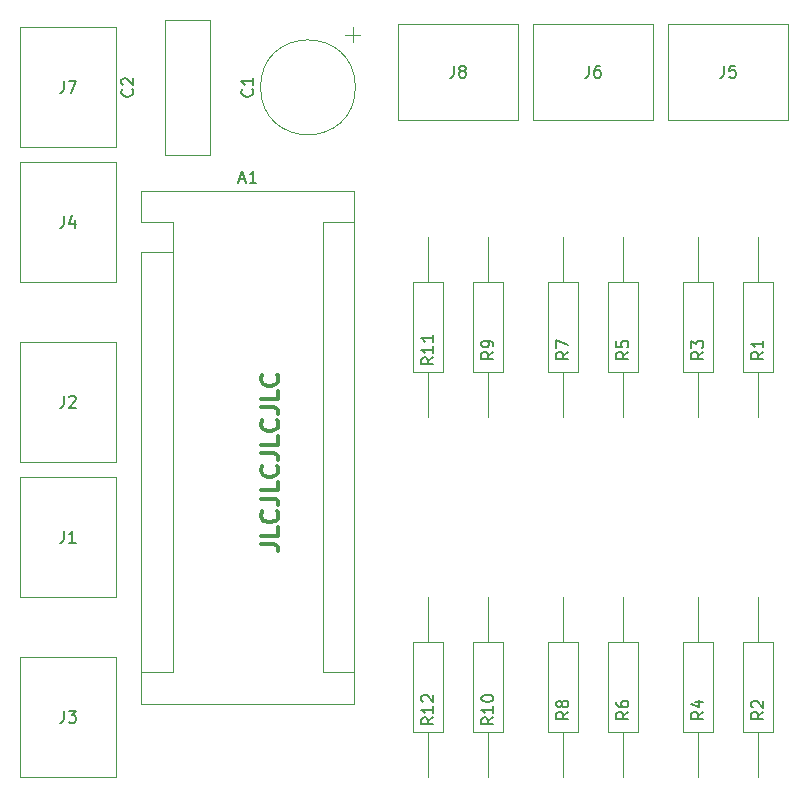
<source format=gto>
G04 #@! TF.GenerationSoftware,KiCad,Pcbnew,(5.1.4)-1*
G04 #@! TF.CreationDate,2021-08-16T11:20:49+02:00*
G04 #@! TF.ProjectId,lionsled,6c696f6e-736c-4656-942e-6b696361645f,1.0*
G04 #@! TF.SameCoordinates,Original*
G04 #@! TF.FileFunction,Legend,Top*
G04 #@! TF.FilePolarity,Positive*
%FSLAX46Y46*%
G04 Gerber Fmt 4.6, Leading zero omitted, Abs format (unit mm)*
G04 Created by KiCad (PCBNEW (5.1.4)-1) date 2021-08-16 11:20:49*
%MOMM*%
%LPD*%
G04 APERTURE LIST*
%ADD10C,0.300000*%
%ADD11C,0.120000*%
%ADD12C,0.150000*%
G04 APERTURE END LIST*
D10*
X91253571Y-103448571D02*
X92325000Y-103448571D01*
X92539285Y-103520000D01*
X92682142Y-103662857D01*
X92753571Y-103877142D01*
X92753571Y-104020000D01*
X92753571Y-102020000D02*
X92753571Y-102734285D01*
X91253571Y-102734285D01*
X92610714Y-100662857D02*
X92682142Y-100734285D01*
X92753571Y-100948571D01*
X92753571Y-101091428D01*
X92682142Y-101305714D01*
X92539285Y-101448571D01*
X92396428Y-101520000D01*
X92110714Y-101591428D01*
X91896428Y-101591428D01*
X91610714Y-101520000D01*
X91467857Y-101448571D01*
X91325000Y-101305714D01*
X91253571Y-101091428D01*
X91253571Y-100948571D01*
X91325000Y-100734285D01*
X91396428Y-100662857D01*
X91253571Y-99591428D02*
X92325000Y-99591428D01*
X92539285Y-99662857D01*
X92682142Y-99805714D01*
X92753571Y-100020000D01*
X92753571Y-100162857D01*
X92753571Y-98162857D02*
X92753571Y-98877142D01*
X91253571Y-98877142D01*
X92610714Y-96805714D02*
X92682142Y-96877142D01*
X92753571Y-97091428D01*
X92753571Y-97234285D01*
X92682142Y-97448571D01*
X92539285Y-97591428D01*
X92396428Y-97662857D01*
X92110714Y-97734285D01*
X91896428Y-97734285D01*
X91610714Y-97662857D01*
X91467857Y-97591428D01*
X91325000Y-97448571D01*
X91253571Y-97234285D01*
X91253571Y-97091428D01*
X91325000Y-96877142D01*
X91396428Y-96805714D01*
X91253571Y-95734285D02*
X92325000Y-95734285D01*
X92539285Y-95805714D01*
X92682142Y-95948571D01*
X92753571Y-96162857D01*
X92753571Y-96305714D01*
X92753571Y-94305714D02*
X92753571Y-95020000D01*
X91253571Y-95020000D01*
X92610714Y-92948571D02*
X92682142Y-93020000D01*
X92753571Y-93234285D01*
X92753571Y-93377142D01*
X92682142Y-93591428D01*
X92539285Y-93734285D01*
X92396428Y-93805714D01*
X92110714Y-93877142D01*
X91896428Y-93877142D01*
X91610714Y-93805714D01*
X91467857Y-93734285D01*
X91325000Y-93591428D01*
X91253571Y-93377142D01*
X91253571Y-93234285D01*
X91325000Y-93020000D01*
X91396428Y-92948571D01*
X91253571Y-91877142D02*
X92325000Y-91877142D01*
X92539285Y-91948571D01*
X92682142Y-92091428D01*
X92753571Y-92305714D01*
X92753571Y-92448571D01*
X92753571Y-90448571D02*
X92753571Y-91162857D01*
X91253571Y-91162857D01*
X92610714Y-89091428D02*
X92682142Y-89162857D01*
X92753571Y-89377142D01*
X92753571Y-89520000D01*
X92682142Y-89734285D01*
X92539285Y-89877142D01*
X92396428Y-89948571D01*
X92110714Y-90020000D01*
X91896428Y-90020000D01*
X91610714Y-89948571D01*
X91467857Y-89877142D01*
X91325000Y-89734285D01*
X91253571Y-89520000D01*
X91253571Y-89377142D01*
X91325000Y-89162857D01*
X91396428Y-89091428D01*
D11*
X99266093Y-64770000D02*
G75*
G03X99266093Y-64770000I-4016093J0D01*
G01*
X98425000Y-60325000D02*
X99695000Y-60325000D01*
X99060000Y-59690000D02*
X99060000Y-60960000D01*
X83820000Y-78740000D02*
X83820000Y-76200000D01*
X83820000Y-76200000D02*
X81150000Y-76200000D01*
X81150000Y-78740000D02*
X81150000Y-116970000D01*
X81150000Y-73530000D02*
X81150000Y-76200000D01*
X96520000Y-76200000D02*
X99190000Y-76200000D01*
X96520000Y-76200000D02*
X96520000Y-114300000D01*
X96520000Y-114300000D02*
X99190000Y-114300000D01*
X83820000Y-78740000D02*
X81150000Y-78740000D01*
X83820000Y-78740000D02*
X83820000Y-114300000D01*
X83820000Y-114300000D02*
X81150000Y-114300000D01*
X81150000Y-116970000D02*
X99190000Y-116970000D01*
X99190000Y-116970000D02*
X99190000Y-73530000D01*
X99190000Y-73530000D02*
X81150000Y-73530000D01*
X86995000Y-59055000D02*
X83185000Y-59055000D01*
X83185000Y-59055000D02*
X83185000Y-70485000D01*
X83185000Y-70485000D02*
X86995000Y-70485000D01*
X86995000Y-70485000D02*
X86995000Y-59055000D01*
X70866000Y-107950000D02*
X70866000Y-97790000D01*
X71882000Y-107950000D02*
X70866000Y-107950000D01*
X78105000Y-107950000D02*
X78994000Y-107950000D01*
X78994000Y-107950000D02*
X78994000Y-97790000D01*
X78740000Y-97790000D02*
X78994000Y-97790000D01*
X71120000Y-97790000D02*
X70866000Y-97790000D01*
X78105000Y-97790000D02*
X78740000Y-97790000D01*
X71755000Y-97790000D02*
X71120000Y-97790000D01*
X78105000Y-97790000D02*
X77470000Y-97790000D01*
X77470000Y-107950000D02*
X78105000Y-107950000D01*
X71755000Y-97790000D02*
X72390000Y-97790000D01*
X72390000Y-107950000D02*
X71755000Y-107950000D01*
X77470000Y-107950000D02*
X72390000Y-107950000D01*
X72390000Y-97790000D02*
X77470000Y-97790000D01*
X72390000Y-86360000D02*
X77470000Y-86360000D01*
X77470000Y-96520000D02*
X72390000Y-96520000D01*
X72390000Y-96520000D02*
X71755000Y-96520000D01*
X71755000Y-86360000D02*
X72390000Y-86360000D01*
X77470000Y-96520000D02*
X78105000Y-96520000D01*
X78105000Y-86360000D02*
X77470000Y-86360000D01*
X71755000Y-86360000D02*
X71120000Y-86360000D01*
X78105000Y-86360000D02*
X78740000Y-86360000D01*
X71120000Y-86360000D02*
X70866000Y-86360000D01*
X78740000Y-86360000D02*
X78994000Y-86360000D01*
X78994000Y-96520000D02*
X78994000Y-86360000D01*
X78105000Y-96520000D02*
X78994000Y-96520000D01*
X71882000Y-96520000D02*
X70866000Y-96520000D01*
X70866000Y-96520000D02*
X70866000Y-86360000D01*
X77470000Y-81280000D02*
X72390000Y-81280000D01*
X72390000Y-71120000D02*
X77470000Y-71120000D01*
X77470000Y-71120000D02*
X78105000Y-71120000D01*
X78105000Y-81280000D02*
X77470000Y-81280000D01*
X72390000Y-71120000D02*
X71755000Y-71120000D01*
X71755000Y-81280000D02*
X72390000Y-81280000D01*
X78105000Y-81280000D02*
X78740000Y-81280000D01*
X71755000Y-81280000D02*
X71120000Y-81280000D01*
X78740000Y-81280000D02*
X78994000Y-81280000D01*
X71120000Y-81280000D02*
X70866000Y-81280000D01*
X70866000Y-71120000D02*
X70866000Y-81280000D01*
X71755000Y-71120000D02*
X70866000Y-71120000D01*
X77978000Y-71120000D02*
X78994000Y-71120000D01*
X78994000Y-71120000D02*
X78994000Y-81280000D01*
X78994000Y-59690000D02*
X78994000Y-69850000D01*
X77978000Y-59690000D02*
X78994000Y-59690000D01*
X71755000Y-59690000D02*
X70866000Y-59690000D01*
X70866000Y-59690000D02*
X70866000Y-69850000D01*
X71120000Y-69850000D02*
X70866000Y-69850000D01*
X78740000Y-69850000D02*
X78994000Y-69850000D01*
X71755000Y-69850000D02*
X71120000Y-69850000D01*
X78105000Y-69850000D02*
X78740000Y-69850000D01*
X71755000Y-69850000D02*
X72390000Y-69850000D01*
X72390000Y-59690000D02*
X71755000Y-59690000D01*
X78105000Y-69850000D02*
X77470000Y-69850000D01*
X77470000Y-59690000D02*
X78105000Y-59690000D01*
X72390000Y-59690000D02*
X77470000Y-59690000D01*
X77470000Y-69850000D02*
X72390000Y-69850000D01*
X72390000Y-113030000D02*
X77470000Y-113030000D01*
X77470000Y-123190000D02*
X72390000Y-123190000D01*
X72390000Y-123190000D02*
X71755000Y-123190000D01*
X71755000Y-113030000D02*
X72390000Y-113030000D01*
X77470000Y-123190000D02*
X78105000Y-123190000D01*
X78105000Y-113030000D02*
X77470000Y-113030000D01*
X71755000Y-113030000D02*
X71120000Y-113030000D01*
X78105000Y-113030000D02*
X78740000Y-113030000D01*
X71120000Y-113030000D02*
X70866000Y-113030000D01*
X78740000Y-113030000D02*
X78994000Y-113030000D01*
X78994000Y-123190000D02*
X78994000Y-113030000D01*
X78105000Y-123190000D02*
X78994000Y-123190000D01*
X71882000Y-123190000D02*
X70866000Y-123190000D01*
X70866000Y-123190000D02*
X70866000Y-113030000D01*
X125730000Y-66040000D02*
X125730000Y-60960000D01*
X135890000Y-60960000D02*
X135890000Y-66040000D01*
X135890000Y-66040000D02*
X135890000Y-66675000D01*
X125730000Y-66675000D02*
X125730000Y-66040000D01*
X135890000Y-60960000D02*
X135890000Y-60325000D01*
X125730000Y-60325000D02*
X125730000Y-60960000D01*
X125730000Y-66675000D02*
X125730000Y-67310000D01*
X125730000Y-60325000D02*
X125730000Y-59690000D01*
X125730000Y-67310000D02*
X125730000Y-67564000D01*
X125730000Y-59690000D02*
X125730000Y-59436000D01*
X135890000Y-59436000D02*
X125730000Y-59436000D01*
X135890000Y-60325000D02*
X135890000Y-59436000D01*
X135890000Y-66548000D02*
X135890000Y-67564000D01*
X135890000Y-67564000D02*
X125730000Y-67564000D01*
X124460000Y-67564000D02*
X114300000Y-67564000D01*
X124460000Y-66548000D02*
X124460000Y-67564000D01*
X124460000Y-60325000D02*
X124460000Y-59436000D01*
X124460000Y-59436000D02*
X114300000Y-59436000D01*
X114300000Y-59690000D02*
X114300000Y-59436000D01*
X114300000Y-67310000D02*
X114300000Y-67564000D01*
X114300000Y-60325000D02*
X114300000Y-59690000D01*
X114300000Y-66675000D02*
X114300000Y-67310000D01*
X114300000Y-60325000D02*
X114300000Y-60960000D01*
X124460000Y-60960000D02*
X124460000Y-60325000D01*
X114300000Y-66675000D02*
X114300000Y-66040000D01*
X124460000Y-66040000D02*
X124460000Y-66675000D01*
X124460000Y-60960000D02*
X124460000Y-66040000D01*
X114300000Y-66040000D02*
X114300000Y-60960000D01*
X102870000Y-66040000D02*
X102870000Y-60960000D01*
X113030000Y-60960000D02*
X113030000Y-66040000D01*
X113030000Y-66040000D02*
X113030000Y-66675000D01*
X102870000Y-66675000D02*
X102870000Y-66040000D01*
X113030000Y-60960000D02*
X113030000Y-60325000D01*
X102870000Y-60325000D02*
X102870000Y-60960000D01*
X102870000Y-66675000D02*
X102870000Y-67310000D01*
X102870000Y-60325000D02*
X102870000Y-59690000D01*
X102870000Y-67310000D02*
X102870000Y-67564000D01*
X102870000Y-59690000D02*
X102870000Y-59436000D01*
X113030000Y-59436000D02*
X102870000Y-59436000D01*
X113030000Y-60325000D02*
X113030000Y-59436000D01*
X113030000Y-66548000D02*
X113030000Y-67564000D01*
X113030000Y-67564000D02*
X102870000Y-67564000D01*
X133350000Y-88900000D02*
X133350000Y-92710000D01*
X133350000Y-81280000D02*
X133350000Y-77470000D01*
X132080000Y-81280000D02*
X134620000Y-81280000D01*
X132080000Y-88900000D02*
X132080000Y-81280000D01*
X134620000Y-88900000D02*
X132080000Y-88900000D01*
X134620000Y-81280000D02*
X134620000Y-88900000D01*
X129540000Y-81280000D02*
X129540000Y-88900000D01*
X129540000Y-88900000D02*
X127000000Y-88900000D01*
X127000000Y-88900000D02*
X127000000Y-81280000D01*
X127000000Y-81280000D02*
X129540000Y-81280000D01*
X128270000Y-81280000D02*
X128270000Y-77470000D01*
X128270000Y-88900000D02*
X128270000Y-92710000D01*
X121920000Y-88900000D02*
X121920000Y-92710000D01*
X121920000Y-81280000D02*
X121920000Y-77470000D01*
X120650000Y-81280000D02*
X123190000Y-81280000D01*
X120650000Y-88900000D02*
X120650000Y-81280000D01*
X123190000Y-88900000D02*
X120650000Y-88900000D01*
X123190000Y-81280000D02*
X123190000Y-88900000D01*
X118110000Y-81280000D02*
X118110000Y-88900000D01*
X118110000Y-88900000D02*
X115570000Y-88900000D01*
X115570000Y-88900000D02*
X115570000Y-81280000D01*
X115570000Y-81280000D02*
X118110000Y-81280000D01*
X116840000Y-81280000D02*
X116840000Y-77470000D01*
X116840000Y-88900000D02*
X116840000Y-92710000D01*
X110490000Y-88900000D02*
X110490000Y-92710000D01*
X110490000Y-81280000D02*
X110490000Y-77470000D01*
X109220000Y-81280000D02*
X111760000Y-81280000D01*
X109220000Y-88900000D02*
X109220000Y-81280000D01*
X111760000Y-88900000D02*
X109220000Y-88900000D01*
X111760000Y-81280000D02*
X111760000Y-88900000D01*
X106680000Y-81280000D02*
X106680000Y-88900000D01*
X106680000Y-88900000D02*
X104140000Y-88900000D01*
X104140000Y-88900000D02*
X104140000Y-81280000D01*
X104140000Y-81280000D02*
X106680000Y-81280000D01*
X105410000Y-81280000D02*
X105410000Y-77470000D01*
X105410000Y-88900000D02*
X105410000Y-92710000D01*
X133350000Y-119380000D02*
X133350000Y-123190000D01*
X133350000Y-111760000D02*
X133350000Y-107950000D01*
X132080000Y-111760000D02*
X134620000Y-111760000D01*
X132080000Y-119380000D02*
X132080000Y-111760000D01*
X134620000Y-119380000D02*
X132080000Y-119380000D01*
X134620000Y-111760000D02*
X134620000Y-119380000D01*
X129540000Y-111760000D02*
X129540000Y-119380000D01*
X129540000Y-119380000D02*
X127000000Y-119380000D01*
X127000000Y-119380000D02*
X127000000Y-111760000D01*
X127000000Y-111760000D02*
X129540000Y-111760000D01*
X128270000Y-111760000D02*
X128270000Y-107950000D01*
X128270000Y-119380000D02*
X128270000Y-123190000D01*
X121920000Y-119380000D02*
X121920000Y-123190000D01*
X121920000Y-111760000D02*
X121920000Y-107950000D01*
X120650000Y-111760000D02*
X123190000Y-111760000D01*
X120650000Y-119380000D02*
X120650000Y-111760000D01*
X123190000Y-119380000D02*
X120650000Y-119380000D01*
X123190000Y-111760000D02*
X123190000Y-119380000D01*
X118110000Y-111760000D02*
X118110000Y-119380000D01*
X118110000Y-119380000D02*
X115570000Y-119380000D01*
X115570000Y-119380000D02*
X115570000Y-111760000D01*
X115570000Y-111760000D02*
X118110000Y-111760000D01*
X116840000Y-111760000D02*
X116840000Y-107950000D01*
X116840000Y-119380000D02*
X116840000Y-123190000D01*
X111760000Y-111760000D02*
X111760000Y-119380000D01*
X111760000Y-119380000D02*
X109220000Y-119380000D01*
X109220000Y-119380000D02*
X109220000Y-111760000D01*
X109220000Y-111760000D02*
X111760000Y-111760000D01*
X110490000Y-111760000D02*
X110490000Y-107950000D01*
X110490000Y-119380000D02*
X110490000Y-123190000D01*
X105410000Y-119380000D02*
X105410000Y-123190000D01*
X105410000Y-111760000D02*
X105410000Y-107950000D01*
X104140000Y-111760000D02*
X106680000Y-111760000D01*
X104140000Y-119380000D02*
X104140000Y-111760000D01*
X106680000Y-119380000D02*
X104140000Y-119380000D01*
X106680000Y-111760000D02*
X106680000Y-119380000D01*
D12*
X90527142Y-64936666D02*
X90574761Y-64984285D01*
X90622380Y-65127142D01*
X90622380Y-65222380D01*
X90574761Y-65365238D01*
X90479523Y-65460476D01*
X90384285Y-65508095D01*
X90193809Y-65555714D01*
X90050952Y-65555714D01*
X89860476Y-65508095D01*
X89765238Y-65460476D01*
X89670000Y-65365238D01*
X89622380Y-65222380D01*
X89622380Y-65127142D01*
X89670000Y-64984285D01*
X89717619Y-64936666D01*
X90622380Y-63984285D02*
X90622380Y-64555714D01*
X90622380Y-64270000D02*
X89622380Y-64270000D01*
X89765238Y-64365238D01*
X89860476Y-64460476D01*
X89908095Y-64555714D01*
X89455714Y-72556666D02*
X89931904Y-72556666D01*
X89360476Y-72842380D02*
X89693809Y-71842380D01*
X90027142Y-72842380D01*
X90884285Y-72842380D02*
X90312857Y-72842380D01*
X90598571Y-72842380D02*
X90598571Y-71842380D01*
X90503333Y-71985238D01*
X90408095Y-72080476D01*
X90312857Y-72128095D01*
X80367142Y-64936666D02*
X80414761Y-64984285D01*
X80462380Y-65127142D01*
X80462380Y-65222380D01*
X80414761Y-65365238D01*
X80319523Y-65460476D01*
X80224285Y-65508095D01*
X80033809Y-65555714D01*
X79890952Y-65555714D01*
X79700476Y-65508095D01*
X79605238Y-65460476D01*
X79510000Y-65365238D01*
X79462380Y-65222380D01*
X79462380Y-65127142D01*
X79510000Y-64984285D01*
X79557619Y-64936666D01*
X79557619Y-64555714D02*
X79510000Y-64508095D01*
X79462380Y-64412857D01*
X79462380Y-64174761D01*
X79510000Y-64079523D01*
X79557619Y-64031904D01*
X79652857Y-63984285D01*
X79748095Y-63984285D01*
X79890952Y-64031904D01*
X80462380Y-64603333D01*
X80462380Y-63984285D01*
X74596666Y-102322380D02*
X74596666Y-103036666D01*
X74549047Y-103179523D01*
X74453809Y-103274761D01*
X74310952Y-103322380D01*
X74215714Y-103322380D01*
X75596666Y-103322380D02*
X75025238Y-103322380D01*
X75310952Y-103322380D02*
X75310952Y-102322380D01*
X75215714Y-102465238D01*
X75120476Y-102560476D01*
X75025238Y-102608095D01*
X74596666Y-90892380D02*
X74596666Y-91606666D01*
X74549047Y-91749523D01*
X74453809Y-91844761D01*
X74310952Y-91892380D01*
X74215714Y-91892380D01*
X75025238Y-90987619D02*
X75072857Y-90940000D01*
X75168095Y-90892380D01*
X75406190Y-90892380D01*
X75501428Y-90940000D01*
X75549047Y-90987619D01*
X75596666Y-91082857D01*
X75596666Y-91178095D01*
X75549047Y-91320952D01*
X74977619Y-91892380D01*
X75596666Y-91892380D01*
X74596666Y-75652380D02*
X74596666Y-76366666D01*
X74549047Y-76509523D01*
X74453809Y-76604761D01*
X74310952Y-76652380D01*
X74215714Y-76652380D01*
X75501428Y-75985714D02*
X75501428Y-76652380D01*
X75263333Y-75604761D02*
X75025238Y-76319047D01*
X75644285Y-76319047D01*
X74596666Y-64222380D02*
X74596666Y-64936666D01*
X74549047Y-65079523D01*
X74453809Y-65174761D01*
X74310952Y-65222380D01*
X74215714Y-65222380D01*
X74977619Y-64222380D02*
X75644285Y-64222380D01*
X75215714Y-65222380D01*
X74596666Y-117562380D02*
X74596666Y-118276666D01*
X74549047Y-118419523D01*
X74453809Y-118514761D01*
X74310952Y-118562380D01*
X74215714Y-118562380D01*
X74977619Y-117562380D02*
X75596666Y-117562380D01*
X75263333Y-117943333D01*
X75406190Y-117943333D01*
X75501428Y-117990952D01*
X75549047Y-118038571D01*
X75596666Y-118133809D01*
X75596666Y-118371904D01*
X75549047Y-118467142D01*
X75501428Y-118514761D01*
X75406190Y-118562380D01*
X75120476Y-118562380D01*
X75025238Y-118514761D01*
X74977619Y-118467142D01*
X130476666Y-62952380D02*
X130476666Y-63666666D01*
X130429047Y-63809523D01*
X130333809Y-63904761D01*
X130190952Y-63952380D01*
X130095714Y-63952380D01*
X131429047Y-62952380D02*
X130952857Y-62952380D01*
X130905238Y-63428571D01*
X130952857Y-63380952D01*
X131048095Y-63333333D01*
X131286190Y-63333333D01*
X131381428Y-63380952D01*
X131429047Y-63428571D01*
X131476666Y-63523809D01*
X131476666Y-63761904D01*
X131429047Y-63857142D01*
X131381428Y-63904761D01*
X131286190Y-63952380D01*
X131048095Y-63952380D01*
X130952857Y-63904761D01*
X130905238Y-63857142D01*
X119046666Y-62952380D02*
X119046666Y-63666666D01*
X118999047Y-63809523D01*
X118903809Y-63904761D01*
X118760952Y-63952380D01*
X118665714Y-63952380D01*
X119951428Y-62952380D02*
X119760952Y-62952380D01*
X119665714Y-63000000D01*
X119618095Y-63047619D01*
X119522857Y-63190476D01*
X119475238Y-63380952D01*
X119475238Y-63761904D01*
X119522857Y-63857142D01*
X119570476Y-63904761D01*
X119665714Y-63952380D01*
X119856190Y-63952380D01*
X119951428Y-63904761D01*
X119999047Y-63857142D01*
X120046666Y-63761904D01*
X120046666Y-63523809D01*
X119999047Y-63428571D01*
X119951428Y-63380952D01*
X119856190Y-63333333D01*
X119665714Y-63333333D01*
X119570476Y-63380952D01*
X119522857Y-63428571D01*
X119475238Y-63523809D01*
X107616666Y-62952380D02*
X107616666Y-63666666D01*
X107569047Y-63809523D01*
X107473809Y-63904761D01*
X107330952Y-63952380D01*
X107235714Y-63952380D01*
X108235714Y-63380952D02*
X108140476Y-63333333D01*
X108092857Y-63285714D01*
X108045238Y-63190476D01*
X108045238Y-63142857D01*
X108092857Y-63047619D01*
X108140476Y-63000000D01*
X108235714Y-62952380D01*
X108426190Y-62952380D01*
X108521428Y-63000000D01*
X108569047Y-63047619D01*
X108616666Y-63142857D01*
X108616666Y-63190476D01*
X108569047Y-63285714D01*
X108521428Y-63333333D01*
X108426190Y-63380952D01*
X108235714Y-63380952D01*
X108140476Y-63428571D01*
X108092857Y-63476190D01*
X108045238Y-63571428D01*
X108045238Y-63761904D01*
X108092857Y-63857142D01*
X108140476Y-63904761D01*
X108235714Y-63952380D01*
X108426190Y-63952380D01*
X108521428Y-63904761D01*
X108569047Y-63857142D01*
X108616666Y-63761904D01*
X108616666Y-63571428D01*
X108569047Y-63476190D01*
X108521428Y-63428571D01*
X108426190Y-63380952D01*
X133802380Y-87161666D02*
X133326190Y-87495000D01*
X133802380Y-87733095D02*
X132802380Y-87733095D01*
X132802380Y-87352142D01*
X132850000Y-87256904D01*
X132897619Y-87209285D01*
X132992857Y-87161666D01*
X133135714Y-87161666D01*
X133230952Y-87209285D01*
X133278571Y-87256904D01*
X133326190Y-87352142D01*
X133326190Y-87733095D01*
X133802380Y-86209285D02*
X133802380Y-86780714D01*
X133802380Y-86495000D02*
X132802380Y-86495000D01*
X132945238Y-86590238D01*
X133040476Y-86685476D01*
X133088095Y-86780714D01*
X128722380Y-87161666D02*
X128246190Y-87495000D01*
X128722380Y-87733095D02*
X127722380Y-87733095D01*
X127722380Y-87352142D01*
X127770000Y-87256904D01*
X127817619Y-87209285D01*
X127912857Y-87161666D01*
X128055714Y-87161666D01*
X128150952Y-87209285D01*
X128198571Y-87256904D01*
X128246190Y-87352142D01*
X128246190Y-87733095D01*
X127722380Y-86828333D02*
X127722380Y-86209285D01*
X128103333Y-86542619D01*
X128103333Y-86399761D01*
X128150952Y-86304523D01*
X128198571Y-86256904D01*
X128293809Y-86209285D01*
X128531904Y-86209285D01*
X128627142Y-86256904D01*
X128674761Y-86304523D01*
X128722380Y-86399761D01*
X128722380Y-86685476D01*
X128674761Y-86780714D01*
X128627142Y-86828333D01*
X122372380Y-87161666D02*
X121896190Y-87495000D01*
X122372380Y-87733095D02*
X121372380Y-87733095D01*
X121372380Y-87352142D01*
X121420000Y-87256904D01*
X121467619Y-87209285D01*
X121562857Y-87161666D01*
X121705714Y-87161666D01*
X121800952Y-87209285D01*
X121848571Y-87256904D01*
X121896190Y-87352142D01*
X121896190Y-87733095D01*
X121372380Y-86256904D02*
X121372380Y-86733095D01*
X121848571Y-86780714D01*
X121800952Y-86733095D01*
X121753333Y-86637857D01*
X121753333Y-86399761D01*
X121800952Y-86304523D01*
X121848571Y-86256904D01*
X121943809Y-86209285D01*
X122181904Y-86209285D01*
X122277142Y-86256904D01*
X122324761Y-86304523D01*
X122372380Y-86399761D01*
X122372380Y-86637857D01*
X122324761Y-86733095D01*
X122277142Y-86780714D01*
X117292380Y-87161666D02*
X116816190Y-87495000D01*
X117292380Y-87733095D02*
X116292380Y-87733095D01*
X116292380Y-87352142D01*
X116340000Y-87256904D01*
X116387619Y-87209285D01*
X116482857Y-87161666D01*
X116625714Y-87161666D01*
X116720952Y-87209285D01*
X116768571Y-87256904D01*
X116816190Y-87352142D01*
X116816190Y-87733095D01*
X116292380Y-86828333D02*
X116292380Y-86161666D01*
X117292380Y-86590238D01*
X110942380Y-87161666D02*
X110466190Y-87495000D01*
X110942380Y-87733095D02*
X109942380Y-87733095D01*
X109942380Y-87352142D01*
X109990000Y-87256904D01*
X110037619Y-87209285D01*
X110132857Y-87161666D01*
X110275714Y-87161666D01*
X110370952Y-87209285D01*
X110418571Y-87256904D01*
X110466190Y-87352142D01*
X110466190Y-87733095D01*
X110942380Y-86685476D02*
X110942380Y-86495000D01*
X110894761Y-86399761D01*
X110847142Y-86352142D01*
X110704285Y-86256904D01*
X110513809Y-86209285D01*
X110132857Y-86209285D01*
X110037619Y-86256904D01*
X109990000Y-86304523D01*
X109942380Y-86399761D01*
X109942380Y-86590238D01*
X109990000Y-86685476D01*
X110037619Y-86733095D01*
X110132857Y-86780714D01*
X110370952Y-86780714D01*
X110466190Y-86733095D01*
X110513809Y-86685476D01*
X110561428Y-86590238D01*
X110561428Y-86399761D01*
X110513809Y-86304523D01*
X110466190Y-86256904D01*
X110370952Y-86209285D01*
X105862380Y-87637857D02*
X105386190Y-87971190D01*
X105862380Y-88209285D02*
X104862380Y-88209285D01*
X104862380Y-87828333D01*
X104910000Y-87733095D01*
X104957619Y-87685476D01*
X105052857Y-87637857D01*
X105195714Y-87637857D01*
X105290952Y-87685476D01*
X105338571Y-87733095D01*
X105386190Y-87828333D01*
X105386190Y-88209285D01*
X105862380Y-86685476D02*
X105862380Y-87256904D01*
X105862380Y-86971190D02*
X104862380Y-86971190D01*
X105005238Y-87066428D01*
X105100476Y-87161666D01*
X105148095Y-87256904D01*
X105862380Y-85733095D02*
X105862380Y-86304523D01*
X105862380Y-86018809D02*
X104862380Y-86018809D01*
X105005238Y-86114047D01*
X105100476Y-86209285D01*
X105148095Y-86304523D01*
X133802380Y-117641666D02*
X133326190Y-117975000D01*
X133802380Y-118213095D02*
X132802380Y-118213095D01*
X132802380Y-117832142D01*
X132850000Y-117736904D01*
X132897619Y-117689285D01*
X132992857Y-117641666D01*
X133135714Y-117641666D01*
X133230952Y-117689285D01*
X133278571Y-117736904D01*
X133326190Y-117832142D01*
X133326190Y-118213095D01*
X132897619Y-117260714D02*
X132850000Y-117213095D01*
X132802380Y-117117857D01*
X132802380Y-116879761D01*
X132850000Y-116784523D01*
X132897619Y-116736904D01*
X132992857Y-116689285D01*
X133088095Y-116689285D01*
X133230952Y-116736904D01*
X133802380Y-117308333D01*
X133802380Y-116689285D01*
X128722380Y-117641666D02*
X128246190Y-117975000D01*
X128722380Y-118213095D02*
X127722380Y-118213095D01*
X127722380Y-117832142D01*
X127770000Y-117736904D01*
X127817619Y-117689285D01*
X127912857Y-117641666D01*
X128055714Y-117641666D01*
X128150952Y-117689285D01*
X128198571Y-117736904D01*
X128246190Y-117832142D01*
X128246190Y-118213095D01*
X128055714Y-116784523D02*
X128722380Y-116784523D01*
X127674761Y-117022619D02*
X128389047Y-117260714D01*
X128389047Y-116641666D01*
X122372380Y-117641666D02*
X121896190Y-117975000D01*
X122372380Y-118213095D02*
X121372380Y-118213095D01*
X121372380Y-117832142D01*
X121420000Y-117736904D01*
X121467619Y-117689285D01*
X121562857Y-117641666D01*
X121705714Y-117641666D01*
X121800952Y-117689285D01*
X121848571Y-117736904D01*
X121896190Y-117832142D01*
X121896190Y-118213095D01*
X121372380Y-116784523D02*
X121372380Y-116975000D01*
X121420000Y-117070238D01*
X121467619Y-117117857D01*
X121610476Y-117213095D01*
X121800952Y-117260714D01*
X122181904Y-117260714D01*
X122277142Y-117213095D01*
X122324761Y-117165476D01*
X122372380Y-117070238D01*
X122372380Y-116879761D01*
X122324761Y-116784523D01*
X122277142Y-116736904D01*
X122181904Y-116689285D01*
X121943809Y-116689285D01*
X121848571Y-116736904D01*
X121800952Y-116784523D01*
X121753333Y-116879761D01*
X121753333Y-117070238D01*
X121800952Y-117165476D01*
X121848571Y-117213095D01*
X121943809Y-117260714D01*
X117292380Y-117641666D02*
X116816190Y-117975000D01*
X117292380Y-118213095D02*
X116292380Y-118213095D01*
X116292380Y-117832142D01*
X116340000Y-117736904D01*
X116387619Y-117689285D01*
X116482857Y-117641666D01*
X116625714Y-117641666D01*
X116720952Y-117689285D01*
X116768571Y-117736904D01*
X116816190Y-117832142D01*
X116816190Y-118213095D01*
X116720952Y-117070238D02*
X116673333Y-117165476D01*
X116625714Y-117213095D01*
X116530476Y-117260714D01*
X116482857Y-117260714D01*
X116387619Y-117213095D01*
X116340000Y-117165476D01*
X116292380Y-117070238D01*
X116292380Y-116879761D01*
X116340000Y-116784523D01*
X116387619Y-116736904D01*
X116482857Y-116689285D01*
X116530476Y-116689285D01*
X116625714Y-116736904D01*
X116673333Y-116784523D01*
X116720952Y-116879761D01*
X116720952Y-117070238D01*
X116768571Y-117165476D01*
X116816190Y-117213095D01*
X116911428Y-117260714D01*
X117101904Y-117260714D01*
X117197142Y-117213095D01*
X117244761Y-117165476D01*
X117292380Y-117070238D01*
X117292380Y-116879761D01*
X117244761Y-116784523D01*
X117197142Y-116736904D01*
X117101904Y-116689285D01*
X116911428Y-116689285D01*
X116816190Y-116736904D01*
X116768571Y-116784523D01*
X116720952Y-116879761D01*
X110942380Y-118117857D02*
X110466190Y-118451190D01*
X110942380Y-118689285D02*
X109942380Y-118689285D01*
X109942380Y-118308333D01*
X109990000Y-118213095D01*
X110037619Y-118165476D01*
X110132857Y-118117857D01*
X110275714Y-118117857D01*
X110370952Y-118165476D01*
X110418571Y-118213095D01*
X110466190Y-118308333D01*
X110466190Y-118689285D01*
X110942380Y-117165476D02*
X110942380Y-117736904D01*
X110942380Y-117451190D02*
X109942380Y-117451190D01*
X110085238Y-117546428D01*
X110180476Y-117641666D01*
X110228095Y-117736904D01*
X109942380Y-116546428D02*
X109942380Y-116451190D01*
X109990000Y-116355952D01*
X110037619Y-116308333D01*
X110132857Y-116260714D01*
X110323333Y-116213095D01*
X110561428Y-116213095D01*
X110751904Y-116260714D01*
X110847142Y-116308333D01*
X110894761Y-116355952D01*
X110942380Y-116451190D01*
X110942380Y-116546428D01*
X110894761Y-116641666D01*
X110847142Y-116689285D01*
X110751904Y-116736904D01*
X110561428Y-116784523D01*
X110323333Y-116784523D01*
X110132857Y-116736904D01*
X110037619Y-116689285D01*
X109990000Y-116641666D01*
X109942380Y-116546428D01*
X105862380Y-118117857D02*
X105386190Y-118451190D01*
X105862380Y-118689285D02*
X104862380Y-118689285D01*
X104862380Y-118308333D01*
X104910000Y-118213095D01*
X104957619Y-118165476D01*
X105052857Y-118117857D01*
X105195714Y-118117857D01*
X105290952Y-118165476D01*
X105338571Y-118213095D01*
X105386190Y-118308333D01*
X105386190Y-118689285D01*
X105862380Y-117165476D02*
X105862380Y-117736904D01*
X105862380Y-117451190D02*
X104862380Y-117451190D01*
X105005238Y-117546428D01*
X105100476Y-117641666D01*
X105148095Y-117736904D01*
X104957619Y-116784523D02*
X104910000Y-116736904D01*
X104862380Y-116641666D01*
X104862380Y-116403571D01*
X104910000Y-116308333D01*
X104957619Y-116260714D01*
X105052857Y-116213095D01*
X105148095Y-116213095D01*
X105290952Y-116260714D01*
X105862380Y-116832142D01*
X105862380Y-116213095D01*
M02*

</source>
